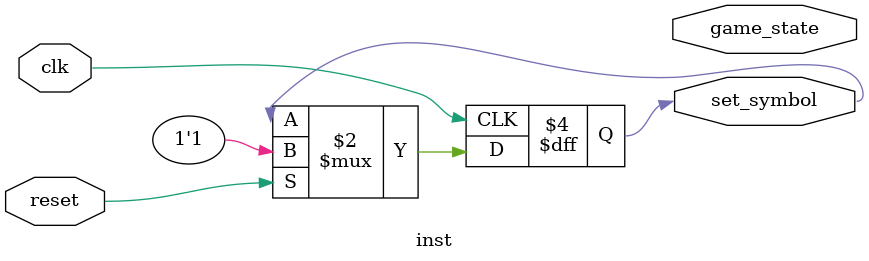
<source format=v>
module inst(input clk, input reset, output reg [1:0] game_state,output reg set_symbol);

// initial begin
//     // valid[8:0]=9'b000000000;
//     // symbol[8:0]=9'b000000000;
//     //game_state = 2'b00;
//     set_symbol<= 1'b1;
//    end
always @(posedge clk) begin
    if(reset) begin
       // game_state<=2'b0;
        set_symbol<=1'b1;
    end
end
   endmodule
</source>
